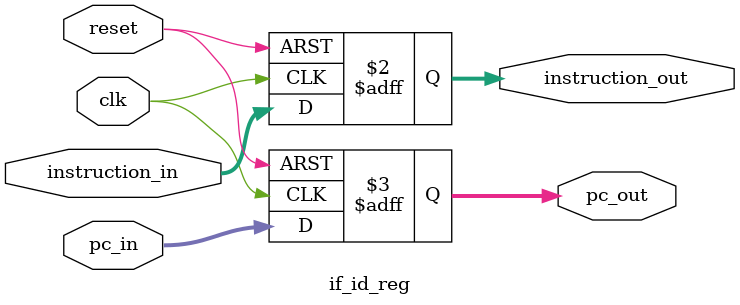
<source format=v>
module if_id_reg(
	input wire clk,
    	input wire reset,
    	input wire [31:0] instruction_in,
    	input wire [63:0] pc_in,
    	output reg [31:0] instruction_out,
    	output reg [63:0] pc_out
);

	always @(posedge clk or posedge reset) begin

		if (reset) begin

			instruction_out <= 32'b0;
			pc_out <= 64'b0;

		end 
		
		else begin

			instruction_out <= instruction_in;
			pc_out <= pc_in;

		end
	end
endmodule

</source>
